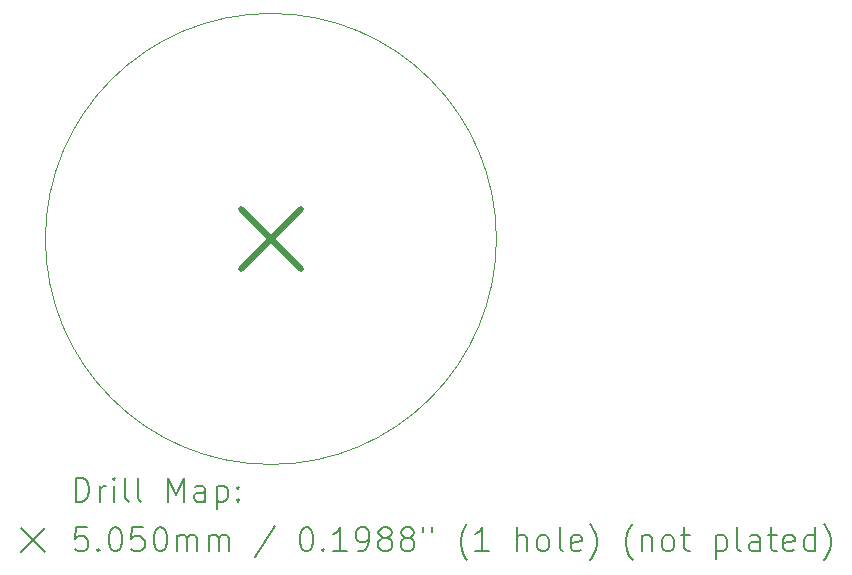
<source format=gbr>
%TF.GenerationSoftware,KiCad,Pcbnew,8.0.1*%
%TF.CreationDate,2024-11-04T22:10:12+13:00*%
%TF.ProjectId,morse_code_keyboard,6d6f7273-655f-4636-9f64-655f6b657962,rev?*%
%TF.SameCoordinates,Original*%
%TF.FileFunction,Drillmap*%
%TF.FilePolarity,Positive*%
%FSLAX45Y45*%
G04 Gerber Fmt 4.5, Leading zero omitted, Abs format (unit mm)*
G04 Created by KiCad (PCBNEW 8.0.1) date 2024-11-04 22:10:12*
%MOMM*%
%LPD*%
G01*
G04 APERTURE LIST*
%ADD10C,0.050000*%
%ADD11C,0.200000*%
%ADD12C,0.505000*%
G04 APERTURE END LIST*
D10*
X16006229Y-8509000D02*
G75*
G02*
X12187771Y-8509000I-1909229J0D01*
G01*
X12187771Y-8509000D02*
G75*
G02*
X16006229Y-8509000I1909229J0D01*
G01*
D11*
D12*
X13844500Y-8256500D02*
X14349500Y-8761500D01*
X14349500Y-8256500D02*
X13844500Y-8761500D01*
D11*
X12446048Y-10732212D02*
X12446048Y-10532212D01*
X12446048Y-10532212D02*
X12493667Y-10532212D01*
X12493667Y-10532212D02*
X12522239Y-10541736D01*
X12522239Y-10541736D02*
X12541286Y-10560784D01*
X12541286Y-10560784D02*
X12550810Y-10579831D01*
X12550810Y-10579831D02*
X12560334Y-10617927D01*
X12560334Y-10617927D02*
X12560334Y-10646498D01*
X12560334Y-10646498D02*
X12550810Y-10684593D01*
X12550810Y-10684593D02*
X12541286Y-10703641D01*
X12541286Y-10703641D02*
X12522239Y-10722689D01*
X12522239Y-10722689D02*
X12493667Y-10732212D01*
X12493667Y-10732212D02*
X12446048Y-10732212D01*
X12646048Y-10732212D02*
X12646048Y-10598879D01*
X12646048Y-10636974D02*
X12655572Y-10617927D01*
X12655572Y-10617927D02*
X12665096Y-10608403D01*
X12665096Y-10608403D02*
X12684143Y-10598879D01*
X12684143Y-10598879D02*
X12703191Y-10598879D01*
X12769858Y-10732212D02*
X12769858Y-10598879D01*
X12769858Y-10532212D02*
X12760334Y-10541736D01*
X12760334Y-10541736D02*
X12769858Y-10551260D01*
X12769858Y-10551260D02*
X12779381Y-10541736D01*
X12779381Y-10541736D02*
X12769858Y-10532212D01*
X12769858Y-10532212D02*
X12769858Y-10551260D01*
X12893667Y-10732212D02*
X12874620Y-10722689D01*
X12874620Y-10722689D02*
X12865096Y-10703641D01*
X12865096Y-10703641D02*
X12865096Y-10532212D01*
X12998429Y-10732212D02*
X12979381Y-10722689D01*
X12979381Y-10722689D02*
X12969858Y-10703641D01*
X12969858Y-10703641D02*
X12969858Y-10532212D01*
X13227001Y-10732212D02*
X13227001Y-10532212D01*
X13227001Y-10532212D02*
X13293667Y-10675070D01*
X13293667Y-10675070D02*
X13360334Y-10532212D01*
X13360334Y-10532212D02*
X13360334Y-10732212D01*
X13541286Y-10732212D02*
X13541286Y-10627451D01*
X13541286Y-10627451D02*
X13531762Y-10608403D01*
X13531762Y-10608403D02*
X13512715Y-10598879D01*
X13512715Y-10598879D02*
X13474620Y-10598879D01*
X13474620Y-10598879D02*
X13455572Y-10608403D01*
X13541286Y-10722689D02*
X13522239Y-10732212D01*
X13522239Y-10732212D02*
X13474620Y-10732212D01*
X13474620Y-10732212D02*
X13455572Y-10722689D01*
X13455572Y-10722689D02*
X13446048Y-10703641D01*
X13446048Y-10703641D02*
X13446048Y-10684593D01*
X13446048Y-10684593D02*
X13455572Y-10665546D01*
X13455572Y-10665546D02*
X13474620Y-10656022D01*
X13474620Y-10656022D02*
X13522239Y-10656022D01*
X13522239Y-10656022D02*
X13541286Y-10646498D01*
X13636524Y-10598879D02*
X13636524Y-10798879D01*
X13636524Y-10608403D02*
X13655572Y-10598879D01*
X13655572Y-10598879D02*
X13693667Y-10598879D01*
X13693667Y-10598879D02*
X13712715Y-10608403D01*
X13712715Y-10608403D02*
X13722239Y-10617927D01*
X13722239Y-10617927D02*
X13731762Y-10636974D01*
X13731762Y-10636974D02*
X13731762Y-10694117D01*
X13731762Y-10694117D02*
X13722239Y-10713165D01*
X13722239Y-10713165D02*
X13712715Y-10722689D01*
X13712715Y-10722689D02*
X13693667Y-10732212D01*
X13693667Y-10732212D02*
X13655572Y-10732212D01*
X13655572Y-10732212D02*
X13636524Y-10722689D01*
X13817477Y-10713165D02*
X13827001Y-10722689D01*
X13827001Y-10722689D02*
X13817477Y-10732212D01*
X13817477Y-10732212D02*
X13807953Y-10722689D01*
X13807953Y-10722689D02*
X13817477Y-10713165D01*
X13817477Y-10713165D02*
X13817477Y-10732212D01*
X13817477Y-10608403D02*
X13827001Y-10617927D01*
X13827001Y-10617927D02*
X13817477Y-10627451D01*
X13817477Y-10627451D02*
X13807953Y-10617927D01*
X13807953Y-10617927D02*
X13817477Y-10608403D01*
X13817477Y-10608403D02*
X13817477Y-10627451D01*
X11985271Y-10960729D02*
X12185271Y-11160729D01*
X12185271Y-10960729D02*
X11985271Y-11160729D01*
X12541286Y-10952212D02*
X12446048Y-10952212D01*
X12446048Y-10952212D02*
X12436524Y-11047451D01*
X12436524Y-11047451D02*
X12446048Y-11037927D01*
X12446048Y-11037927D02*
X12465096Y-11028403D01*
X12465096Y-11028403D02*
X12512715Y-11028403D01*
X12512715Y-11028403D02*
X12531762Y-11037927D01*
X12531762Y-11037927D02*
X12541286Y-11047451D01*
X12541286Y-11047451D02*
X12550810Y-11066498D01*
X12550810Y-11066498D02*
X12550810Y-11114117D01*
X12550810Y-11114117D02*
X12541286Y-11133165D01*
X12541286Y-11133165D02*
X12531762Y-11142689D01*
X12531762Y-11142689D02*
X12512715Y-11152212D01*
X12512715Y-11152212D02*
X12465096Y-11152212D01*
X12465096Y-11152212D02*
X12446048Y-11142689D01*
X12446048Y-11142689D02*
X12436524Y-11133165D01*
X12636524Y-11133165D02*
X12646048Y-11142689D01*
X12646048Y-11142689D02*
X12636524Y-11152212D01*
X12636524Y-11152212D02*
X12627001Y-11142689D01*
X12627001Y-11142689D02*
X12636524Y-11133165D01*
X12636524Y-11133165D02*
X12636524Y-11152212D01*
X12769858Y-10952212D02*
X12788905Y-10952212D01*
X12788905Y-10952212D02*
X12807953Y-10961736D01*
X12807953Y-10961736D02*
X12817477Y-10971260D01*
X12817477Y-10971260D02*
X12827001Y-10990308D01*
X12827001Y-10990308D02*
X12836524Y-11028403D01*
X12836524Y-11028403D02*
X12836524Y-11076022D01*
X12836524Y-11076022D02*
X12827001Y-11114117D01*
X12827001Y-11114117D02*
X12817477Y-11133165D01*
X12817477Y-11133165D02*
X12807953Y-11142689D01*
X12807953Y-11142689D02*
X12788905Y-11152212D01*
X12788905Y-11152212D02*
X12769858Y-11152212D01*
X12769858Y-11152212D02*
X12750810Y-11142689D01*
X12750810Y-11142689D02*
X12741286Y-11133165D01*
X12741286Y-11133165D02*
X12731762Y-11114117D01*
X12731762Y-11114117D02*
X12722239Y-11076022D01*
X12722239Y-11076022D02*
X12722239Y-11028403D01*
X12722239Y-11028403D02*
X12731762Y-10990308D01*
X12731762Y-10990308D02*
X12741286Y-10971260D01*
X12741286Y-10971260D02*
X12750810Y-10961736D01*
X12750810Y-10961736D02*
X12769858Y-10952212D01*
X13017477Y-10952212D02*
X12922239Y-10952212D01*
X12922239Y-10952212D02*
X12912715Y-11047451D01*
X12912715Y-11047451D02*
X12922239Y-11037927D01*
X12922239Y-11037927D02*
X12941286Y-11028403D01*
X12941286Y-11028403D02*
X12988905Y-11028403D01*
X12988905Y-11028403D02*
X13007953Y-11037927D01*
X13007953Y-11037927D02*
X13017477Y-11047451D01*
X13017477Y-11047451D02*
X13027001Y-11066498D01*
X13027001Y-11066498D02*
X13027001Y-11114117D01*
X13027001Y-11114117D02*
X13017477Y-11133165D01*
X13017477Y-11133165D02*
X13007953Y-11142689D01*
X13007953Y-11142689D02*
X12988905Y-11152212D01*
X12988905Y-11152212D02*
X12941286Y-11152212D01*
X12941286Y-11152212D02*
X12922239Y-11142689D01*
X12922239Y-11142689D02*
X12912715Y-11133165D01*
X13150810Y-10952212D02*
X13169858Y-10952212D01*
X13169858Y-10952212D02*
X13188905Y-10961736D01*
X13188905Y-10961736D02*
X13198429Y-10971260D01*
X13198429Y-10971260D02*
X13207953Y-10990308D01*
X13207953Y-10990308D02*
X13217477Y-11028403D01*
X13217477Y-11028403D02*
X13217477Y-11076022D01*
X13217477Y-11076022D02*
X13207953Y-11114117D01*
X13207953Y-11114117D02*
X13198429Y-11133165D01*
X13198429Y-11133165D02*
X13188905Y-11142689D01*
X13188905Y-11142689D02*
X13169858Y-11152212D01*
X13169858Y-11152212D02*
X13150810Y-11152212D01*
X13150810Y-11152212D02*
X13131762Y-11142689D01*
X13131762Y-11142689D02*
X13122239Y-11133165D01*
X13122239Y-11133165D02*
X13112715Y-11114117D01*
X13112715Y-11114117D02*
X13103191Y-11076022D01*
X13103191Y-11076022D02*
X13103191Y-11028403D01*
X13103191Y-11028403D02*
X13112715Y-10990308D01*
X13112715Y-10990308D02*
X13122239Y-10971260D01*
X13122239Y-10971260D02*
X13131762Y-10961736D01*
X13131762Y-10961736D02*
X13150810Y-10952212D01*
X13303191Y-11152212D02*
X13303191Y-11018879D01*
X13303191Y-11037927D02*
X13312715Y-11028403D01*
X13312715Y-11028403D02*
X13331762Y-11018879D01*
X13331762Y-11018879D02*
X13360334Y-11018879D01*
X13360334Y-11018879D02*
X13379382Y-11028403D01*
X13379382Y-11028403D02*
X13388905Y-11047451D01*
X13388905Y-11047451D02*
X13388905Y-11152212D01*
X13388905Y-11047451D02*
X13398429Y-11028403D01*
X13398429Y-11028403D02*
X13417477Y-11018879D01*
X13417477Y-11018879D02*
X13446048Y-11018879D01*
X13446048Y-11018879D02*
X13465096Y-11028403D01*
X13465096Y-11028403D02*
X13474620Y-11047451D01*
X13474620Y-11047451D02*
X13474620Y-11152212D01*
X13569858Y-11152212D02*
X13569858Y-11018879D01*
X13569858Y-11037927D02*
X13579382Y-11028403D01*
X13579382Y-11028403D02*
X13598429Y-11018879D01*
X13598429Y-11018879D02*
X13627001Y-11018879D01*
X13627001Y-11018879D02*
X13646048Y-11028403D01*
X13646048Y-11028403D02*
X13655572Y-11047451D01*
X13655572Y-11047451D02*
X13655572Y-11152212D01*
X13655572Y-11047451D02*
X13665096Y-11028403D01*
X13665096Y-11028403D02*
X13684143Y-11018879D01*
X13684143Y-11018879D02*
X13712715Y-11018879D01*
X13712715Y-11018879D02*
X13731763Y-11028403D01*
X13731763Y-11028403D02*
X13741286Y-11047451D01*
X13741286Y-11047451D02*
X13741286Y-11152212D01*
X14131763Y-10942689D02*
X13960334Y-11199831D01*
X14388905Y-10952212D02*
X14407953Y-10952212D01*
X14407953Y-10952212D02*
X14427001Y-10961736D01*
X14427001Y-10961736D02*
X14436525Y-10971260D01*
X14436525Y-10971260D02*
X14446048Y-10990308D01*
X14446048Y-10990308D02*
X14455572Y-11028403D01*
X14455572Y-11028403D02*
X14455572Y-11076022D01*
X14455572Y-11076022D02*
X14446048Y-11114117D01*
X14446048Y-11114117D02*
X14436525Y-11133165D01*
X14436525Y-11133165D02*
X14427001Y-11142689D01*
X14427001Y-11142689D02*
X14407953Y-11152212D01*
X14407953Y-11152212D02*
X14388905Y-11152212D01*
X14388905Y-11152212D02*
X14369858Y-11142689D01*
X14369858Y-11142689D02*
X14360334Y-11133165D01*
X14360334Y-11133165D02*
X14350810Y-11114117D01*
X14350810Y-11114117D02*
X14341286Y-11076022D01*
X14341286Y-11076022D02*
X14341286Y-11028403D01*
X14341286Y-11028403D02*
X14350810Y-10990308D01*
X14350810Y-10990308D02*
X14360334Y-10971260D01*
X14360334Y-10971260D02*
X14369858Y-10961736D01*
X14369858Y-10961736D02*
X14388905Y-10952212D01*
X14541286Y-11133165D02*
X14550810Y-11142689D01*
X14550810Y-11142689D02*
X14541286Y-11152212D01*
X14541286Y-11152212D02*
X14531763Y-11142689D01*
X14531763Y-11142689D02*
X14541286Y-11133165D01*
X14541286Y-11133165D02*
X14541286Y-11152212D01*
X14741286Y-11152212D02*
X14627001Y-11152212D01*
X14684144Y-11152212D02*
X14684144Y-10952212D01*
X14684144Y-10952212D02*
X14665096Y-10980784D01*
X14665096Y-10980784D02*
X14646048Y-10999831D01*
X14646048Y-10999831D02*
X14627001Y-11009355D01*
X14836525Y-11152212D02*
X14874620Y-11152212D01*
X14874620Y-11152212D02*
X14893667Y-11142689D01*
X14893667Y-11142689D02*
X14903191Y-11133165D01*
X14903191Y-11133165D02*
X14922239Y-11104593D01*
X14922239Y-11104593D02*
X14931763Y-11066498D01*
X14931763Y-11066498D02*
X14931763Y-10990308D01*
X14931763Y-10990308D02*
X14922239Y-10971260D01*
X14922239Y-10971260D02*
X14912715Y-10961736D01*
X14912715Y-10961736D02*
X14893667Y-10952212D01*
X14893667Y-10952212D02*
X14855572Y-10952212D01*
X14855572Y-10952212D02*
X14836525Y-10961736D01*
X14836525Y-10961736D02*
X14827001Y-10971260D01*
X14827001Y-10971260D02*
X14817477Y-10990308D01*
X14817477Y-10990308D02*
X14817477Y-11037927D01*
X14817477Y-11037927D02*
X14827001Y-11056974D01*
X14827001Y-11056974D02*
X14836525Y-11066498D01*
X14836525Y-11066498D02*
X14855572Y-11076022D01*
X14855572Y-11076022D02*
X14893667Y-11076022D01*
X14893667Y-11076022D02*
X14912715Y-11066498D01*
X14912715Y-11066498D02*
X14922239Y-11056974D01*
X14922239Y-11056974D02*
X14931763Y-11037927D01*
X15046048Y-11037927D02*
X15027001Y-11028403D01*
X15027001Y-11028403D02*
X15017477Y-11018879D01*
X15017477Y-11018879D02*
X15007953Y-10999831D01*
X15007953Y-10999831D02*
X15007953Y-10990308D01*
X15007953Y-10990308D02*
X15017477Y-10971260D01*
X15017477Y-10971260D02*
X15027001Y-10961736D01*
X15027001Y-10961736D02*
X15046048Y-10952212D01*
X15046048Y-10952212D02*
X15084144Y-10952212D01*
X15084144Y-10952212D02*
X15103191Y-10961736D01*
X15103191Y-10961736D02*
X15112715Y-10971260D01*
X15112715Y-10971260D02*
X15122239Y-10990308D01*
X15122239Y-10990308D02*
X15122239Y-10999831D01*
X15122239Y-10999831D02*
X15112715Y-11018879D01*
X15112715Y-11018879D02*
X15103191Y-11028403D01*
X15103191Y-11028403D02*
X15084144Y-11037927D01*
X15084144Y-11037927D02*
X15046048Y-11037927D01*
X15046048Y-11037927D02*
X15027001Y-11047451D01*
X15027001Y-11047451D02*
X15017477Y-11056974D01*
X15017477Y-11056974D02*
X15007953Y-11076022D01*
X15007953Y-11076022D02*
X15007953Y-11114117D01*
X15007953Y-11114117D02*
X15017477Y-11133165D01*
X15017477Y-11133165D02*
X15027001Y-11142689D01*
X15027001Y-11142689D02*
X15046048Y-11152212D01*
X15046048Y-11152212D02*
X15084144Y-11152212D01*
X15084144Y-11152212D02*
X15103191Y-11142689D01*
X15103191Y-11142689D02*
X15112715Y-11133165D01*
X15112715Y-11133165D02*
X15122239Y-11114117D01*
X15122239Y-11114117D02*
X15122239Y-11076022D01*
X15122239Y-11076022D02*
X15112715Y-11056974D01*
X15112715Y-11056974D02*
X15103191Y-11047451D01*
X15103191Y-11047451D02*
X15084144Y-11037927D01*
X15236525Y-11037927D02*
X15217477Y-11028403D01*
X15217477Y-11028403D02*
X15207953Y-11018879D01*
X15207953Y-11018879D02*
X15198429Y-10999831D01*
X15198429Y-10999831D02*
X15198429Y-10990308D01*
X15198429Y-10990308D02*
X15207953Y-10971260D01*
X15207953Y-10971260D02*
X15217477Y-10961736D01*
X15217477Y-10961736D02*
X15236525Y-10952212D01*
X15236525Y-10952212D02*
X15274620Y-10952212D01*
X15274620Y-10952212D02*
X15293667Y-10961736D01*
X15293667Y-10961736D02*
X15303191Y-10971260D01*
X15303191Y-10971260D02*
X15312715Y-10990308D01*
X15312715Y-10990308D02*
X15312715Y-10999831D01*
X15312715Y-10999831D02*
X15303191Y-11018879D01*
X15303191Y-11018879D02*
X15293667Y-11028403D01*
X15293667Y-11028403D02*
X15274620Y-11037927D01*
X15274620Y-11037927D02*
X15236525Y-11037927D01*
X15236525Y-11037927D02*
X15217477Y-11047451D01*
X15217477Y-11047451D02*
X15207953Y-11056974D01*
X15207953Y-11056974D02*
X15198429Y-11076022D01*
X15198429Y-11076022D02*
X15198429Y-11114117D01*
X15198429Y-11114117D02*
X15207953Y-11133165D01*
X15207953Y-11133165D02*
X15217477Y-11142689D01*
X15217477Y-11142689D02*
X15236525Y-11152212D01*
X15236525Y-11152212D02*
X15274620Y-11152212D01*
X15274620Y-11152212D02*
X15293667Y-11142689D01*
X15293667Y-11142689D02*
X15303191Y-11133165D01*
X15303191Y-11133165D02*
X15312715Y-11114117D01*
X15312715Y-11114117D02*
X15312715Y-11076022D01*
X15312715Y-11076022D02*
X15303191Y-11056974D01*
X15303191Y-11056974D02*
X15293667Y-11047451D01*
X15293667Y-11047451D02*
X15274620Y-11037927D01*
X15388906Y-10952212D02*
X15388906Y-10990308D01*
X15465096Y-10952212D02*
X15465096Y-10990308D01*
X15760334Y-11228403D02*
X15750810Y-11218879D01*
X15750810Y-11218879D02*
X15731763Y-11190308D01*
X15731763Y-11190308D02*
X15722239Y-11171260D01*
X15722239Y-11171260D02*
X15712715Y-11142689D01*
X15712715Y-11142689D02*
X15703191Y-11095070D01*
X15703191Y-11095070D02*
X15703191Y-11056974D01*
X15703191Y-11056974D02*
X15712715Y-11009355D01*
X15712715Y-11009355D02*
X15722239Y-10980784D01*
X15722239Y-10980784D02*
X15731763Y-10961736D01*
X15731763Y-10961736D02*
X15750810Y-10933165D01*
X15750810Y-10933165D02*
X15760334Y-10923641D01*
X15941287Y-11152212D02*
X15827001Y-11152212D01*
X15884144Y-11152212D02*
X15884144Y-10952212D01*
X15884144Y-10952212D02*
X15865096Y-10980784D01*
X15865096Y-10980784D02*
X15846048Y-10999831D01*
X15846048Y-10999831D02*
X15827001Y-11009355D01*
X16179382Y-11152212D02*
X16179382Y-10952212D01*
X16265096Y-11152212D02*
X16265096Y-11047451D01*
X16265096Y-11047451D02*
X16255572Y-11028403D01*
X16255572Y-11028403D02*
X16236525Y-11018879D01*
X16236525Y-11018879D02*
X16207953Y-11018879D01*
X16207953Y-11018879D02*
X16188906Y-11028403D01*
X16188906Y-11028403D02*
X16179382Y-11037927D01*
X16388906Y-11152212D02*
X16369858Y-11142689D01*
X16369858Y-11142689D02*
X16360334Y-11133165D01*
X16360334Y-11133165D02*
X16350810Y-11114117D01*
X16350810Y-11114117D02*
X16350810Y-11056974D01*
X16350810Y-11056974D02*
X16360334Y-11037927D01*
X16360334Y-11037927D02*
X16369858Y-11028403D01*
X16369858Y-11028403D02*
X16388906Y-11018879D01*
X16388906Y-11018879D02*
X16417477Y-11018879D01*
X16417477Y-11018879D02*
X16436525Y-11028403D01*
X16436525Y-11028403D02*
X16446049Y-11037927D01*
X16446049Y-11037927D02*
X16455572Y-11056974D01*
X16455572Y-11056974D02*
X16455572Y-11114117D01*
X16455572Y-11114117D02*
X16446049Y-11133165D01*
X16446049Y-11133165D02*
X16436525Y-11142689D01*
X16436525Y-11142689D02*
X16417477Y-11152212D01*
X16417477Y-11152212D02*
X16388906Y-11152212D01*
X16569858Y-11152212D02*
X16550810Y-11142689D01*
X16550810Y-11142689D02*
X16541287Y-11123641D01*
X16541287Y-11123641D02*
X16541287Y-10952212D01*
X16722239Y-11142689D02*
X16703191Y-11152212D01*
X16703191Y-11152212D02*
X16665096Y-11152212D01*
X16665096Y-11152212D02*
X16646049Y-11142689D01*
X16646049Y-11142689D02*
X16636525Y-11123641D01*
X16636525Y-11123641D02*
X16636525Y-11047451D01*
X16636525Y-11047451D02*
X16646049Y-11028403D01*
X16646049Y-11028403D02*
X16665096Y-11018879D01*
X16665096Y-11018879D02*
X16703191Y-11018879D01*
X16703191Y-11018879D02*
X16722239Y-11028403D01*
X16722239Y-11028403D02*
X16731763Y-11047451D01*
X16731763Y-11047451D02*
X16731763Y-11066498D01*
X16731763Y-11066498D02*
X16636525Y-11085546D01*
X16798430Y-11228403D02*
X16807953Y-11218879D01*
X16807953Y-11218879D02*
X16827001Y-11190308D01*
X16827001Y-11190308D02*
X16836525Y-11171260D01*
X16836525Y-11171260D02*
X16846049Y-11142689D01*
X16846049Y-11142689D02*
X16855572Y-11095070D01*
X16855572Y-11095070D02*
X16855572Y-11056974D01*
X16855572Y-11056974D02*
X16846049Y-11009355D01*
X16846049Y-11009355D02*
X16836525Y-10980784D01*
X16836525Y-10980784D02*
X16827001Y-10961736D01*
X16827001Y-10961736D02*
X16807953Y-10933165D01*
X16807953Y-10933165D02*
X16798430Y-10923641D01*
X17160334Y-11228403D02*
X17150811Y-11218879D01*
X17150811Y-11218879D02*
X17131763Y-11190308D01*
X17131763Y-11190308D02*
X17122239Y-11171260D01*
X17122239Y-11171260D02*
X17112715Y-11142689D01*
X17112715Y-11142689D02*
X17103192Y-11095070D01*
X17103192Y-11095070D02*
X17103192Y-11056974D01*
X17103192Y-11056974D02*
X17112715Y-11009355D01*
X17112715Y-11009355D02*
X17122239Y-10980784D01*
X17122239Y-10980784D02*
X17131763Y-10961736D01*
X17131763Y-10961736D02*
X17150811Y-10933165D01*
X17150811Y-10933165D02*
X17160334Y-10923641D01*
X17236525Y-11018879D02*
X17236525Y-11152212D01*
X17236525Y-11037927D02*
X17246049Y-11028403D01*
X17246049Y-11028403D02*
X17265096Y-11018879D01*
X17265096Y-11018879D02*
X17293668Y-11018879D01*
X17293668Y-11018879D02*
X17312715Y-11028403D01*
X17312715Y-11028403D02*
X17322239Y-11047451D01*
X17322239Y-11047451D02*
X17322239Y-11152212D01*
X17446049Y-11152212D02*
X17427001Y-11142689D01*
X17427001Y-11142689D02*
X17417477Y-11133165D01*
X17417477Y-11133165D02*
X17407953Y-11114117D01*
X17407953Y-11114117D02*
X17407953Y-11056974D01*
X17407953Y-11056974D02*
X17417477Y-11037927D01*
X17417477Y-11037927D02*
X17427001Y-11028403D01*
X17427001Y-11028403D02*
X17446049Y-11018879D01*
X17446049Y-11018879D02*
X17474620Y-11018879D01*
X17474620Y-11018879D02*
X17493668Y-11028403D01*
X17493668Y-11028403D02*
X17503192Y-11037927D01*
X17503192Y-11037927D02*
X17512715Y-11056974D01*
X17512715Y-11056974D02*
X17512715Y-11114117D01*
X17512715Y-11114117D02*
X17503192Y-11133165D01*
X17503192Y-11133165D02*
X17493668Y-11142689D01*
X17493668Y-11142689D02*
X17474620Y-11152212D01*
X17474620Y-11152212D02*
X17446049Y-11152212D01*
X17569858Y-11018879D02*
X17646049Y-11018879D01*
X17598430Y-10952212D02*
X17598430Y-11123641D01*
X17598430Y-11123641D02*
X17607953Y-11142689D01*
X17607953Y-11142689D02*
X17627001Y-11152212D01*
X17627001Y-11152212D02*
X17646049Y-11152212D01*
X17865096Y-11018879D02*
X17865096Y-11218879D01*
X17865096Y-11028403D02*
X17884144Y-11018879D01*
X17884144Y-11018879D02*
X17922239Y-11018879D01*
X17922239Y-11018879D02*
X17941287Y-11028403D01*
X17941287Y-11028403D02*
X17950811Y-11037927D01*
X17950811Y-11037927D02*
X17960334Y-11056974D01*
X17960334Y-11056974D02*
X17960334Y-11114117D01*
X17960334Y-11114117D02*
X17950811Y-11133165D01*
X17950811Y-11133165D02*
X17941287Y-11142689D01*
X17941287Y-11142689D02*
X17922239Y-11152212D01*
X17922239Y-11152212D02*
X17884144Y-11152212D01*
X17884144Y-11152212D02*
X17865096Y-11142689D01*
X18074620Y-11152212D02*
X18055573Y-11142689D01*
X18055573Y-11142689D02*
X18046049Y-11123641D01*
X18046049Y-11123641D02*
X18046049Y-10952212D01*
X18236525Y-11152212D02*
X18236525Y-11047451D01*
X18236525Y-11047451D02*
X18227001Y-11028403D01*
X18227001Y-11028403D02*
X18207954Y-11018879D01*
X18207954Y-11018879D02*
X18169858Y-11018879D01*
X18169858Y-11018879D02*
X18150811Y-11028403D01*
X18236525Y-11142689D02*
X18217477Y-11152212D01*
X18217477Y-11152212D02*
X18169858Y-11152212D01*
X18169858Y-11152212D02*
X18150811Y-11142689D01*
X18150811Y-11142689D02*
X18141287Y-11123641D01*
X18141287Y-11123641D02*
X18141287Y-11104593D01*
X18141287Y-11104593D02*
X18150811Y-11085546D01*
X18150811Y-11085546D02*
X18169858Y-11076022D01*
X18169858Y-11076022D02*
X18217477Y-11076022D01*
X18217477Y-11076022D02*
X18236525Y-11066498D01*
X18303192Y-11018879D02*
X18379382Y-11018879D01*
X18331763Y-10952212D02*
X18331763Y-11123641D01*
X18331763Y-11123641D02*
X18341287Y-11142689D01*
X18341287Y-11142689D02*
X18360334Y-11152212D01*
X18360334Y-11152212D02*
X18379382Y-11152212D01*
X18522239Y-11142689D02*
X18503192Y-11152212D01*
X18503192Y-11152212D02*
X18465096Y-11152212D01*
X18465096Y-11152212D02*
X18446049Y-11142689D01*
X18446049Y-11142689D02*
X18436525Y-11123641D01*
X18436525Y-11123641D02*
X18436525Y-11047451D01*
X18436525Y-11047451D02*
X18446049Y-11028403D01*
X18446049Y-11028403D02*
X18465096Y-11018879D01*
X18465096Y-11018879D02*
X18503192Y-11018879D01*
X18503192Y-11018879D02*
X18522239Y-11028403D01*
X18522239Y-11028403D02*
X18531763Y-11047451D01*
X18531763Y-11047451D02*
X18531763Y-11066498D01*
X18531763Y-11066498D02*
X18436525Y-11085546D01*
X18703192Y-11152212D02*
X18703192Y-10952212D01*
X18703192Y-11142689D02*
X18684144Y-11152212D01*
X18684144Y-11152212D02*
X18646049Y-11152212D01*
X18646049Y-11152212D02*
X18627001Y-11142689D01*
X18627001Y-11142689D02*
X18617477Y-11133165D01*
X18617477Y-11133165D02*
X18607954Y-11114117D01*
X18607954Y-11114117D02*
X18607954Y-11056974D01*
X18607954Y-11056974D02*
X18617477Y-11037927D01*
X18617477Y-11037927D02*
X18627001Y-11028403D01*
X18627001Y-11028403D02*
X18646049Y-11018879D01*
X18646049Y-11018879D02*
X18684144Y-11018879D01*
X18684144Y-11018879D02*
X18703192Y-11028403D01*
X18779382Y-11228403D02*
X18788906Y-11218879D01*
X18788906Y-11218879D02*
X18807954Y-11190308D01*
X18807954Y-11190308D02*
X18817477Y-11171260D01*
X18817477Y-11171260D02*
X18827001Y-11142689D01*
X18827001Y-11142689D02*
X18836525Y-11095070D01*
X18836525Y-11095070D02*
X18836525Y-11056974D01*
X18836525Y-11056974D02*
X18827001Y-11009355D01*
X18827001Y-11009355D02*
X18817477Y-10980784D01*
X18817477Y-10980784D02*
X18807954Y-10961736D01*
X18807954Y-10961736D02*
X18788906Y-10933165D01*
X18788906Y-10933165D02*
X18779382Y-10923641D01*
M02*

</source>
